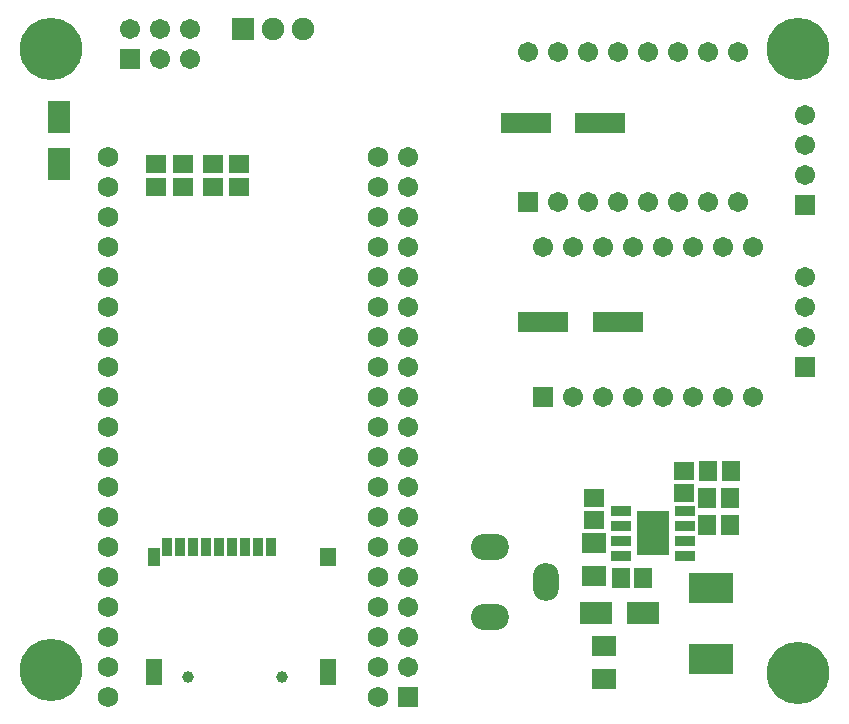
<source format=gbr>
G04 DipTrace 3.3.0.0*
G04 TopMask.gbr*
%MOIN*%
G04 #@! TF.FileFunction,Soldermask,Top*
G04 #@! TF.Part,Single*
%ADD51C,0.03937*%
%ADD60C,0.068031*%
%ADD62R,0.111181X0.14622*%
%ADD64R,0.071024X0.032047*%
%ADD66R,0.074961X0.106457*%
%ADD68C,0.208031*%
%ADD70R,0.145827X0.100551*%
%ADD72R,0.039528X0.06315*%
%ADD74R,0.055276X0.06315*%
%ADD76R,0.055276X0.086772*%
%ADD78R,0.035591X0.059213*%
%ADD80O,0.086772X0.126142*%
%ADD82O,0.126142X0.086772*%
%ADD84C,0.074961*%
%ADD86R,0.074961X0.074961*%
%ADD88C,0.067087*%
%ADD90R,0.067087X0.067087*%
%ADD92R,0.106457X0.074961*%
%ADD94C,0.067031*%
%ADD96R,0.067031X0.067031*%
%ADD98R,0.078898X0.071024*%
%ADD100R,0.059213X0.067087*%
%ADD102R,0.067087X0.059213*%
%ADD104R,0.171417X0.071024*%
%FSLAX26Y26*%
G04*
G70*
G90*
G75*
G01*
G04 TopMask*
%LPD*%
D104*
X2361016Y2357016D3*
X2112984D3*
X2419016Y1694016D3*
X2170984D3*
D102*
X881516Y2144016D3*
Y2218819D3*
X1156516Y2144016D3*
Y2218819D3*
D100*
X2503570Y839307D3*
X2428766D3*
D98*
X2341570Y846307D3*
Y956543D3*
X2374803Y613286D3*
Y503050D3*
D100*
X2718570Y1015307D3*
X2793373D3*
D96*
X2119016Y2094016D3*
D94*
X2219016D3*
X2319016D3*
X2419016D3*
X2519016D3*
X2619016D3*
X2719016D3*
X2819016D3*
Y2594016D3*
X2719016D3*
X2619016D3*
X2519016D3*
X2419016D3*
X2319016D3*
X2219016D3*
X2119016D3*
D92*
X2503570Y722307D3*
X2346089D3*
D90*
X1719016Y444016D3*
D88*
Y544016D3*
Y644016D3*
Y744016D3*
Y844016D3*
Y944016D3*
Y1044016D3*
Y1144016D3*
Y1244016D3*
Y1344016D3*
Y1444016D3*
Y1544016D3*
Y1644016D3*
Y1744016D3*
Y1844016D3*
Y1944016D3*
Y2044016D3*
Y2144016D3*
Y2244016D3*
D90*
X3044016Y2081516D3*
D88*
Y2181516D3*
Y2281516D3*
Y2381516D3*
D90*
X794016Y2569016D3*
D88*
Y2669016D3*
X894016Y2569016D3*
Y2669016D3*
X994016Y2569016D3*
Y2669016D3*
D96*
X2169016Y1444016D3*
D94*
X2269016D3*
X2369016D3*
X2469016D3*
X2569016D3*
X2669016D3*
X2769016D3*
X2869016D3*
Y1944016D3*
X2769016D3*
X2669016D3*
X2569016D3*
X2469016D3*
X2369016D3*
X2269016D3*
X2169016D3*
D86*
X1169016Y2669016D3*
D84*
X1269016D3*
X1369016D3*
D82*
X1994016Y944016D3*
Y707795D3*
D80*
X2179055Y825906D3*
D78*
X1265016Y941016D3*
X1221709D3*
X1178402D3*
X1135094D3*
X1091787D3*
X1048480D3*
X1005173D3*
X961866D3*
X918559D3*
D76*
X1453205Y525661D3*
D74*
Y907551D3*
D72*
X875252D3*
D76*
Y525661D3*
D51*
X985882Y509913D3*
X1300843D3*
D70*
X2731016Y807016D3*
Y568827D3*
D68*
X531811Y531811D3*
X531816Y2604016D3*
X3020016Y524016D3*
Y2604016D3*
D90*
X3044016Y1544016D3*
D88*
Y1644016D3*
Y1744016D3*
Y1844016D3*
D66*
X556516Y2219016D3*
Y2376496D3*
D102*
X969016Y2218819D3*
Y2144016D3*
X1069016Y2218819D3*
Y2144016D3*
X2640570Y1197307D3*
Y1122504D3*
D100*
X2796570Y1197307D3*
X2721766D3*
D102*
X2341570Y1106307D3*
Y1031504D3*
D100*
X2718570Y1106307D3*
X2793373D3*
D64*
X2643525Y913255D3*
Y963255D3*
Y1013255D3*
Y1063255D3*
X2430927D3*
Y1013255D3*
Y963255D3*
Y913255D3*
D62*
X2537226Y988255D3*
D60*
X719016Y444016D3*
Y544016D3*
Y644016D3*
Y744016D3*
Y844016D3*
Y944016D3*
Y1044016D3*
Y1144016D3*
Y1244016D3*
Y1344016D3*
Y1444016D3*
Y1544016D3*
Y1644016D3*
Y1744016D3*
Y1844016D3*
Y1944016D3*
Y2044016D3*
Y2144016D3*
Y2244016D3*
X1619016Y444016D3*
Y544016D3*
Y644016D3*
Y744016D3*
Y844016D3*
Y944016D3*
Y1044016D3*
Y1144016D3*
Y1244016D3*
Y1344016D3*
Y1444016D3*
Y1544016D3*
Y1644016D3*
Y1744016D3*
Y1844016D3*
Y1944016D3*
Y2044016D3*
Y2144016D3*
Y2244016D3*
M02*

</source>
